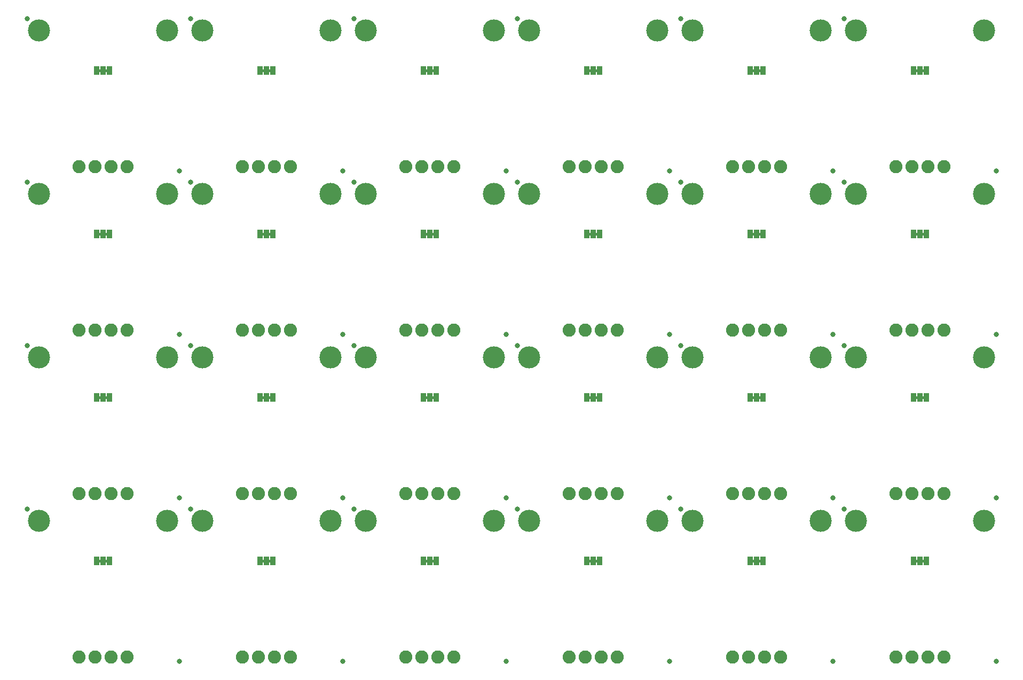
<source format=gbs>
G75*
%MOIN*%
%OFA0B0*%
%FSLAX25Y25*%
%IPPOS*%
%LPD*%
%AMOC8*
5,1,8,0,0,1.08239X$1,22.5*
%
%ADD10R,0.03300X0.05800*%
%ADD11C,0.00500*%
%ADD12C,0.08200*%
%ADD13C,0.13800*%
%ADD14C,0.03300*%
D10*
X0074750Y0093750D03*
X0078750Y0093750D03*
X0082750Y0093750D03*
X0176750Y0093750D03*
X0180750Y0093750D03*
X0184750Y0093750D03*
X0278750Y0093750D03*
X0282750Y0093750D03*
X0286750Y0093750D03*
X0380750Y0093750D03*
X0384750Y0093750D03*
X0388750Y0093750D03*
X0482750Y0093750D03*
X0486750Y0093750D03*
X0490750Y0093750D03*
X0584750Y0093750D03*
X0588750Y0093750D03*
X0592750Y0093750D03*
X0592750Y0195750D03*
X0588750Y0195750D03*
X0584750Y0195750D03*
X0490750Y0195750D03*
X0486750Y0195750D03*
X0482750Y0195750D03*
X0388750Y0195750D03*
X0384750Y0195750D03*
X0380750Y0195750D03*
X0286750Y0195750D03*
X0282750Y0195750D03*
X0278750Y0195750D03*
X0184750Y0195750D03*
X0180750Y0195750D03*
X0176750Y0195750D03*
X0082750Y0195750D03*
X0078750Y0195750D03*
X0074750Y0195750D03*
X0074750Y0297750D03*
X0078750Y0297750D03*
X0082750Y0297750D03*
X0176750Y0297750D03*
X0180750Y0297750D03*
X0184750Y0297750D03*
X0278750Y0297750D03*
X0282750Y0297750D03*
X0286750Y0297750D03*
X0380750Y0297750D03*
X0384750Y0297750D03*
X0388750Y0297750D03*
X0482750Y0297750D03*
X0486750Y0297750D03*
X0490750Y0297750D03*
X0584750Y0297750D03*
X0588750Y0297750D03*
X0592750Y0297750D03*
X0592750Y0399750D03*
X0588750Y0399750D03*
X0584750Y0399750D03*
X0490750Y0399750D03*
X0486750Y0399750D03*
X0482750Y0399750D03*
X0388750Y0399750D03*
X0384750Y0399750D03*
X0380750Y0399750D03*
X0286750Y0399750D03*
X0282750Y0399750D03*
X0278750Y0399750D03*
X0184750Y0399750D03*
X0180750Y0399750D03*
X0176750Y0399750D03*
X0082750Y0399750D03*
X0078750Y0399750D03*
X0074750Y0399750D03*
D11*
X0076000Y0399642D02*
X0081500Y0399642D01*
X0081500Y0399250D02*
X0081500Y0400250D01*
X0076000Y0400250D01*
X0076000Y0399250D01*
X0081500Y0399250D01*
X0081500Y0400141D02*
X0076000Y0400141D01*
X0178000Y0400141D02*
X0183500Y0400141D01*
X0183500Y0400250D02*
X0183500Y0399250D01*
X0178000Y0399250D01*
X0178000Y0400250D01*
X0183500Y0400250D01*
X0183500Y0399642D02*
X0178000Y0399642D01*
X0280000Y0399642D02*
X0285500Y0399642D01*
X0285500Y0399250D02*
X0285500Y0400250D01*
X0280000Y0400250D01*
X0280000Y0399250D01*
X0285500Y0399250D01*
X0285500Y0400141D02*
X0280000Y0400141D01*
X0382000Y0400141D02*
X0387500Y0400141D01*
X0387500Y0400250D02*
X0387500Y0399250D01*
X0382000Y0399250D01*
X0382000Y0400250D01*
X0387500Y0400250D01*
X0387500Y0399642D02*
X0382000Y0399642D01*
X0484000Y0399642D02*
X0489500Y0399642D01*
X0489500Y0399250D02*
X0489500Y0400250D01*
X0484000Y0400250D01*
X0484000Y0399250D01*
X0489500Y0399250D01*
X0489500Y0400141D02*
X0484000Y0400141D01*
X0586000Y0400141D02*
X0591500Y0400141D01*
X0591500Y0400250D02*
X0591500Y0399250D01*
X0586000Y0399250D01*
X0586000Y0400250D01*
X0591500Y0400250D01*
X0591500Y0399642D02*
X0586000Y0399642D01*
X0586000Y0298250D02*
X0586000Y0297250D01*
X0591500Y0297250D01*
X0591500Y0298250D01*
X0586000Y0298250D01*
X0586000Y0297946D02*
X0591500Y0297946D01*
X0591500Y0297448D02*
X0586000Y0297448D01*
X0489500Y0297448D02*
X0484000Y0297448D01*
X0484000Y0297250D02*
X0489500Y0297250D01*
X0489500Y0298250D01*
X0484000Y0298250D01*
X0484000Y0297250D01*
X0484000Y0297946D02*
X0489500Y0297946D01*
X0387500Y0297946D02*
X0382000Y0297946D01*
X0382000Y0298250D02*
X0382000Y0297250D01*
X0387500Y0297250D01*
X0387500Y0298250D01*
X0382000Y0298250D01*
X0382000Y0297448D02*
X0387500Y0297448D01*
X0285500Y0297448D02*
X0280000Y0297448D01*
X0280000Y0297250D02*
X0285500Y0297250D01*
X0285500Y0298250D01*
X0280000Y0298250D01*
X0280000Y0297250D01*
X0280000Y0297946D02*
X0285500Y0297946D01*
X0183500Y0297946D02*
X0178000Y0297946D01*
X0178000Y0298250D02*
X0178000Y0297250D01*
X0183500Y0297250D01*
X0183500Y0298250D01*
X0178000Y0298250D01*
X0178000Y0297448D02*
X0183500Y0297448D01*
X0081500Y0297448D02*
X0076000Y0297448D01*
X0076000Y0297250D02*
X0081500Y0297250D01*
X0081500Y0298250D01*
X0076000Y0298250D01*
X0076000Y0297250D01*
X0076000Y0297946D02*
X0081500Y0297946D01*
X0081500Y0196250D02*
X0081500Y0195250D01*
X0076000Y0195250D01*
X0076000Y0196250D01*
X0081500Y0196250D01*
X0076000Y0196250D01*
X0076000Y0195751D02*
X0081500Y0195751D01*
X0081500Y0195253D02*
X0076000Y0195253D01*
X0178000Y0195253D02*
X0183500Y0195253D01*
X0183500Y0195250D02*
X0183500Y0196250D01*
X0178000Y0196250D01*
X0178000Y0195250D01*
X0183500Y0195250D01*
X0183500Y0195751D02*
X0178000Y0195751D01*
X0178000Y0196250D02*
X0183500Y0196250D01*
X0280000Y0196250D02*
X0285500Y0196250D01*
X0285500Y0195250D01*
X0280000Y0195250D01*
X0280000Y0196250D01*
X0285500Y0196250D01*
X0285500Y0195751D02*
X0280000Y0195751D01*
X0280000Y0195253D02*
X0285500Y0195253D01*
X0382000Y0195253D02*
X0387500Y0195253D01*
X0387500Y0195250D02*
X0387500Y0196250D01*
X0382000Y0196250D01*
X0382000Y0195250D01*
X0387500Y0195250D01*
X0387500Y0195751D02*
X0382000Y0195751D01*
X0382000Y0196250D02*
X0387500Y0196250D01*
X0484000Y0196250D02*
X0489500Y0196250D01*
X0489500Y0195250D01*
X0484000Y0195250D01*
X0484000Y0196250D01*
X0489500Y0196250D01*
X0489500Y0195751D02*
X0484000Y0195751D01*
X0484000Y0195253D02*
X0489500Y0195253D01*
X0586000Y0195253D02*
X0591500Y0195253D01*
X0591500Y0195250D02*
X0591500Y0196250D01*
X0586000Y0196250D01*
X0586000Y0195250D01*
X0591500Y0195250D01*
X0591500Y0195751D02*
X0586000Y0195751D01*
X0586000Y0196250D02*
X0591500Y0196250D01*
X0591500Y0094250D02*
X0586000Y0094250D01*
X0586000Y0093250D01*
X0591500Y0093250D01*
X0591500Y0094250D01*
X0591500Y0094055D02*
X0586000Y0094055D01*
X0586000Y0093556D02*
X0591500Y0093556D01*
X0489500Y0093556D02*
X0484000Y0093556D01*
X0484000Y0093250D02*
X0489500Y0093250D01*
X0489500Y0094250D01*
X0484000Y0094250D01*
X0484000Y0093250D01*
X0484000Y0094055D02*
X0489500Y0094055D01*
X0387500Y0094055D02*
X0382000Y0094055D01*
X0382000Y0094250D02*
X0382000Y0093250D01*
X0387500Y0093250D01*
X0387500Y0094250D01*
X0382000Y0094250D01*
X0382000Y0093556D02*
X0387500Y0093556D01*
X0285500Y0093556D02*
X0280000Y0093556D01*
X0280000Y0093250D02*
X0285500Y0093250D01*
X0285500Y0094250D01*
X0280000Y0094250D01*
X0280000Y0093250D01*
X0280000Y0094055D02*
X0285500Y0094055D01*
X0183500Y0094055D02*
X0178000Y0094055D01*
X0178000Y0094250D02*
X0178000Y0093250D01*
X0183500Y0093250D01*
X0183500Y0094250D01*
X0178000Y0094250D01*
X0178000Y0093556D02*
X0183500Y0093556D01*
X0081500Y0093556D02*
X0076000Y0093556D01*
X0076000Y0093250D02*
X0081500Y0093250D01*
X0081500Y0094250D01*
X0076000Y0094250D01*
X0076000Y0093250D01*
X0076000Y0094055D02*
X0081500Y0094055D01*
D12*
X0063750Y0033750D03*
X0073750Y0033750D03*
X0083750Y0033750D03*
X0093750Y0033750D03*
X0165750Y0033750D03*
X0175750Y0033750D03*
X0185750Y0033750D03*
X0195750Y0033750D03*
X0267750Y0033750D03*
X0277750Y0033750D03*
X0287750Y0033750D03*
X0297750Y0033750D03*
X0369750Y0033750D03*
X0379750Y0033750D03*
X0389750Y0033750D03*
X0399750Y0033750D03*
X0471750Y0033750D03*
X0481750Y0033750D03*
X0491750Y0033750D03*
X0501750Y0033750D03*
X0573750Y0033750D03*
X0583750Y0033750D03*
X0593750Y0033750D03*
X0603750Y0033750D03*
X0603750Y0135750D03*
X0593750Y0135750D03*
X0583750Y0135750D03*
X0573750Y0135750D03*
X0501750Y0135750D03*
X0491750Y0135750D03*
X0481750Y0135750D03*
X0471750Y0135750D03*
X0399750Y0135750D03*
X0389750Y0135750D03*
X0379750Y0135750D03*
X0369750Y0135750D03*
X0297750Y0135750D03*
X0287750Y0135750D03*
X0277750Y0135750D03*
X0267750Y0135750D03*
X0195750Y0135750D03*
X0185750Y0135750D03*
X0175750Y0135750D03*
X0165750Y0135750D03*
X0093750Y0135750D03*
X0083750Y0135750D03*
X0073750Y0135750D03*
X0063750Y0135750D03*
X0063750Y0237750D03*
X0073750Y0237750D03*
X0083750Y0237750D03*
X0093750Y0237750D03*
X0165750Y0237750D03*
X0175750Y0237750D03*
X0185750Y0237750D03*
X0195750Y0237750D03*
X0267750Y0237750D03*
X0277750Y0237750D03*
X0287750Y0237750D03*
X0297750Y0237750D03*
X0369750Y0237750D03*
X0379750Y0237750D03*
X0389750Y0237750D03*
X0399750Y0237750D03*
X0471750Y0237750D03*
X0481750Y0237750D03*
X0491750Y0237750D03*
X0501750Y0237750D03*
X0573750Y0237750D03*
X0583750Y0237750D03*
X0593750Y0237750D03*
X0603750Y0237750D03*
X0603750Y0339750D03*
X0593750Y0339750D03*
X0583750Y0339750D03*
X0573750Y0339750D03*
X0501750Y0339750D03*
X0491750Y0339750D03*
X0481750Y0339750D03*
X0471750Y0339750D03*
X0399750Y0339750D03*
X0389750Y0339750D03*
X0379750Y0339750D03*
X0369750Y0339750D03*
X0297750Y0339750D03*
X0287750Y0339750D03*
X0277750Y0339750D03*
X0267750Y0339750D03*
X0195750Y0339750D03*
X0185750Y0339750D03*
X0175750Y0339750D03*
X0165750Y0339750D03*
X0093750Y0339750D03*
X0083750Y0339750D03*
X0073750Y0339750D03*
X0063750Y0339750D03*
D13*
X0038750Y0322750D03*
X0118750Y0322750D03*
X0140750Y0322750D03*
X0220750Y0322750D03*
X0242750Y0322750D03*
X0322750Y0322750D03*
X0344750Y0322750D03*
X0424750Y0322750D03*
X0446750Y0322750D03*
X0526750Y0322750D03*
X0548750Y0322750D03*
X0628750Y0322750D03*
X0628750Y0424750D03*
X0548750Y0424750D03*
X0526750Y0424750D03*
X0446750Y0424750D03*
X0424750Y0424750D03*
X0344750Y0424750D03*
X0322750Y0424750D03*
X0242750Y0424750D03*
X0220750Y0424750D03*
X0140750Y0424750D03*
X0118750Y0424750D03*
X0038750Y0424750D03*
X0038750Y0220750D03*
X0118750Y0220750D03*
X0140750Y0220750D03*
X0220750Y0220750D03*
X0242750Y0220750D03*
X0322750Y0220750D03*
X0344750Y0220750D03*
X0424750Y0220750D03*
X0446750Y0220750D03*
X0526750Y0220750D03*
X0548750Y0220750D03*
X0628750Y0220750D03*
X0628750Y0118750D03*
X0548750Y0118750D03*
X0526750Y0118750D03*
X0446750Y0118750D03*
X0424750Y0118750D03*
X0344750Y0118750D03*
X0322750Y0118750D03*
X0242750Y0118750D03*
X0220750Y0118750D03*
X0140750Y0118750D03*
X0118750Y0118750D03*
X0038750Y0118750D03*
D14*
X0031250Y0126250D03*
X0126250Y0133250D03*
X0133250Y0126250D03*
X0228250Y0133250D03*
X0235250Y0126250D03*
X0330250Y0133250D03*
X0337250Y0126250D03*
X0432250Y0133250D03*
X0439250Y0126250D03*
X0534250Y0133250D03*
X0541250Y0126250D03*
X0636250Y0133250D03*
X0541250Y0228250D03*
X0534250Y0235250D03*
X0439250Y0228250D03*
X0432250Y0235250D03*
X0337250Y0228250D03*
X0330250Y0235250D03*
X0235250Y0228250D03*
X0228250Y0235250D03*
X0133250Y0228250D03*
X0126250Y0235250D03*
X0031250Y0228250D03*
X0031250Y0330250D03*
X0126250Y0337250D03*
X0133250Y0330250D03*
X0228250Y0337250D03*
X0235250Y0330250D03*
X0330250Y0337250D03*
X0337250Y0330250D03*
X0432250Y0337250D03*
X0439250Y0330250D03*
X0534250Y0337250D03*
X0541250Y0330250D03*
X0636250Y0337250D03*
X0541250Y0432250D03*
X0439250Y0432250D03*
X0337250Y0432250D03*
X0235250Y0432250D03*
X0133250Y0432250D03*
X0031250Y0432250D03*
X0126250Y0031250D03*
X0228250Y0031250D03*
X0330250Y0031250D03*
X0432250Y0031250D03*
X0534250Y0031250D03*
X0636250Y0031250D03*
X0636250Y0235250D03*
M02*

</source>
